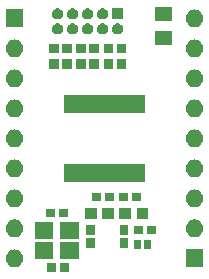
<source format=gts>
G04 #@! TF.GenerationSoftware,KiCad,Pcbnew,5.0.1-33cea8e~68~ubuntu18.04.1*
G04 #@! TF.CreationDate,2018-11-09T11:38:59+01:00*
G04 #@! TF.ProjectId,LPC82X_JDH20,4C50433832585F4A444832302E6B6963,rev?*
G04 #@! TF.SameCoordinates,Original*
G04 #@! TF.FileFunction,Soldermask,Top*
G04 #@! TF.FilePolarity,Negative*
%FSLAX46Y46*%
G04 Gerber Fmt 4.6, Leading zero omitted, Abs format (unit mm)*
G04 Created by KiCad (PCBNEW 5.0.1-33cea8e~68~ubuntu18.04.1) date vr 09 nov 2018 11:38:59 CET*
%MOMM*%
%LPD*%
G01*
G04 APERTURE LIST*
%ADD10C,0.100000*%
G04 APERTURE END LIST*
D10*
G36*
X131650000Y-112900000D02*
X130850000Y-112900000D01*
X130850000Y-112200000D01*
X131650000Y-112200000D01*
X131650000Y-112900000D01*
X131650000Y-112900000D01*
G37*
G36*
X130550000Y-112900000D02*
X129750000Y-112900000D01*
X129750000Y-112200000D01*
X130550000Y-112200000D01*
X130550000Y-112900000D01*
X130550000Y-112900000D01*
G37*
G36*
X127146318Y-111024411D02*
X127218767Y-111038822D01*
X127275303Y-111062240D01*
X127355257Y-111095358D01*
X127478100Y-111177439D01*
X127582561Y-111281900D01*
X127664642Y-111404743D01*
X127721178Y-111541234D01*
X127750000Y-111686130D01*
X127750000Y-111833870D01*
X127721178Y-111978766D01*
X127664642Y-112115257D01*
X127582561Y-112238100D01*
X127478100Y-112342561D01*
X127355257Y-112424642D01*
X127275303Y-112457760D01*
X127218767Y-112481178D01*
X127146318Y-112495589D01*
X127073870Y-112510000D01*
X126926130Y-112510000D01*
X126853682Y-112495589D01*
X126781233Y-112481178D01*
X126724697Y-112457760D01*
X126644743Y-112424642D01*
X126521900Y-112342561D01*
X126417439Y-112238100D01*
X126335358Y-112115257D01*
X126278822Y-111978766D01*
X126250000Y-111833870D01*
X126250000Y-111686130D01*
X126278822Y-111541234D01*
X126335358Y-111404743D01*
X126417439Y-111281900D01*
X126521900Y-111177439D01*
X126644743Y-111095358D01*
X126724697Y-111062240D01*
X126781233Y-111038822D01*
X126853682Y-111024411D01*
X126926130Y-111010000D01*
X127073870Y-111010000D01*
X127146318Y-111024411D01*
X127146318Y-111024411D01*
G37*
G36*
X142990000Y-112510000D02*
X141490000Y-112510000D01*
X141490000Y-111010000D01*
X142990000Y-111010000D01*
X142990000Y-112510000D01*
X142990000Y-112510000D01*
G37*
G36*
X130300000Y-111800000D02*
X128700000Y-111800000D01*
X128700000Y-110400000D01*
X130300000Y-110400000D01*
X130300000Y-111800000D01*
X130300000Y-111800000D01*
G37*
G36*
X132500000Y-111800000D02*
X130900000Y-111800000D01*
X130900000Y-110400000D01*
X132500000Y-110400000D01*
X132500000Y-111800000D01*
X132500000Y-111800000D01*
G37*
G36*
X137700000Y-111000000D02*
X137100000Y-111000000D01*
X137100000Y-110200000D01*
X137700000Y-110200000D01*
X137700000Y-111000000D01*
X137700000Y-111000000D01*
G37*
G36*
X138600000Y-111000000D02*
X138000000Y-111000000D01*
X138000000Y-110200000D01*
X138600000Y-110200000D01*
X138600000Y-111000000D01*
X138600000Y-111000000D01*
G37*
G36*
X133800000Y-110850000D02*
X133100000Y-110850000D01*
X133100000Y-110050000D01*
X133800000Y-110050000D01*
X133800000Y-110850000D01*
X133800000Y-110850000D01*
G37*
G36*
X136650000Y-110850000D02*
X135950000Y-110850000D01*
X135950000Y-110050000D01*
X136650000Y-110050000D01*
X136650000Y-110850000D01*
X136650000Y-110850000D01*
G37*
G36*
X130300000Y-110100000D02*
X128700000Y-110100000D01*
X128700000Y-108700000D01*
X130300000Y-108700000D01*
X130300000Y-110100000D01*
X130300000Y-110100000D01*
G37*
G36*
X132500000Y-110100000D02*
X130900000Y-110100000D01*
X130900000Y-108700000D01*
X132500000Y-108700000D01*
X132500000Y-110100000D01*
X132500000Y-110100000D01*
G37*
G36*
X142339006Y-108475000D02*
X142458767Y-108498822D01*
X142515303Y-108522240D01*
X142595257Y-108555358D01*
X142718100Y-108637439D01*
X142822561Y-108741900D01*
X142904642Y-108864743D01*
X142961178Y-109001234D01*
X142990000Y-109146130D01*
X142990000Y-109293870D01*
X142961178Y-109438766D01*
X142904642Y-109575257D01*
X142822561Y-109698100D01*
X142718100Y-109802561D01*
X142595257Y-109884642D01*
X142515303Y-109917760D01*
X142458767Y-109941178D01*
X142386318Y-109955589D01*
X142313870Y-109970000D01*
X142166130Y-109970000D01*
X142093682Y-109955589D01*
X142021233Y-109941178D01*
X141964697Y-109917760D01*
X141884743Y-109884642D01*
X141761900Y-109802561D01*
X141657439Y-109698100D01*
X141575358Y-109575257D01*
X141518822Y-109438766D01*
X141490000Y-109293870D01*
X141490000Y-109146130D01*
X141518822Y-109001234D01*
X141575358Y-108864743D01*
X141657439Y-108741900D01*
X141761900Y-108637439D01*
X141884743Y-108555358D01*
X141964697Y-108522240D01*
X142021233Y-108498822D01*
X142140994Y-108475000D01*
X142166130Y-108470000D01*
X142313870Y-108470000D01*
X142339006Y-108475000D01*
X142339006Y-108475000D01*
G37*
G36*
X127099006Y-108475000D02*
X127218767Y-108498822D01*
X127275303Y-108522240D01*
X127355257Y-108555358D01*
X127478100Y-108637439D01*
X127582561Y-108741900D01*
X127664642Y-108864743D01*
X127721178Y-109001234D01*
X127750000Y-109146130D01*
X127750000Y-109293870D01*
X127721178Y-109438766D01*
X127664642Y-109575257D01*
X127582561Y-109698100D01*
X127478100Y-109802561D01*
X127355257Y-109884642D01*
X127275303Y-109917760D01*
X127218767Y-109941178D01*
X127146318Y-109955589D01*
X127073870Y-109970000D01*
X126926130Y-109970000D01*
X126853682Y-109955589D01*
X126781233Y-109941178D01*
X126724697Y-109917760D01*
X126644743Y-109884642D01*
X126521900Y-109802561D01*
X126417439Y-109698100D01*
X126335358Y-109575257D01*
X126278822Y-109438766D01*
X126250000Y-109293870D01*
X126250000Y-109146130D01*
X126278822Y-109001234D01*
X126335358Y-108864743D01*
X126417439Y-108741900D01*
X126521900Y-108637439D01*
X126644743Y-108555358D01*
X126724697Y-108522240D01*
X126781233Y-108498822D01*
X126900994Y-108475000D01*
X126926130Y-108470000D01*
X127073870Y-108470000D01*
X127099006Y-108475000D01*
X127099006Y-108475000D01*
G37*
G36*
X133800000Y-109750000D02*
X133100000Y-109750000D01*
X133100000Y-108950000D01*
X133800000Y-108950000D01*
X133800000Y-109750000D01*
X133800000Y-109750000D01*
G37*
G36*
X136650000Y-109750000D02*
X135950000Y-109750000D01*
X135950000Y-108950000D01*
X136650000Y-108950000D01*
X136650000Y-109750000D01*
X136650000Y-109750000D01*
G37*
G36*
X137900000Y-109700000D02*
X137100000Y-109700000D01*
X137100000Y-109000000D01*
X137900000Y-109000000D01*
X137900000Y-109700000D01*
X137900000Y-109700000D01*
G37*
G36*
X139000000Y-109700000D02*
X138200000Y-109700000D01*
X138200000Y-109000000D01*
X139000000Y-109000000D01*
X139000000Y-109700000D01*
X139000000Y-109700000D01*
G37*
G36*
X138350000Y-108475000D02*
X137350000Y-108475000D01*
X137350000Y-107525000D01*
X138350000Y-107525000D01*
X138350000Y-108475000D01*
X138350000Y-108475000D01*
G37*
G36*
X133950000Y-108475000D02*
X132950000Y-108475000D01*
X132950000Y-107525000D01*
X133950000Y-107525000D01*
X133950000Y-108475000D01*
X133950000Y-108475000D01*
G37*
G36*
X135450000Y-108475000D02*
X134450000Y-108475000D01*
X134450000Y-107525000D01*
X135450000Y-107525000D01*
X135450000Y-108475000D01*
X135450000Y-108475000D01*
G37*
G36*
X136850000Y-108475000D02*
X135850000Y-108475000D01*
X135850000Y-107525000D01*
X136850000Y-107525000D01*
X136850000Y-108475000D01*
X136850000Y-108475000D01*
G37*
G36*
X131550000Y-108300000D02*
X130750000Y-108300000D01*
X130750000Y-107600000D01*
X131550000Y-107600000D01*
X131550000Y-108300000D01*
X131550000Y-108300000D01*
G37*
G36*
X130450000Y-108300000D02*
X129650000Y-108300000D01*
X129650000Y-107600000D01*
X130450000Y-107600000D01*
X130450000Y-108300000D01*
X130450000Y-108300000D01*
G37*
G36*
X127146318Y-105944411D02*
X127218767Y-105958822D01*
X127275303Y-105982240D01*
X127355257Y-106015358D01*
X127478100Y-106097439D01*
X127582561Y-106201900D01*
X127664642Y-106324743D01*
X127721178Y-106461234D01*
X127750000Y-106606130D01*
X127750000Y-106753870D01*
X127721178Y-106898766D01*
X127664642Y-107035257D01*
X127582561Y-107158100D01*
X127478100Y-107262561D01*
X127355257Y-107344642D01*
X127275303Y-107377760D01*
X127218767Y-107401178D01*
X127146318Y-107415589D01*
X127073870Y-107430000D01*
X126926130Y-107430000D01*
X126853682Y-107415589D01*
X126781233Y-107401178D01*
X126724697Y-107377760D01*
X126644743Y-107344642D01*
X126521900Y-107262561D01*
X126417439Y-107158100D01*
X126335358Y-107035257D01*
X126278822Y-106898766D01*
X126250000Y-106753870D01*
X126250000Y-106606130D01*
X126278822Y-106461234D01*
X126335358Y-106324743D01*
X126417439Y-106201900D01*
X126521900Y-106097439D01*
X126644743Y-106015358D01*
X126724697Y-105982240D01*
X126781233Y-105958822D01*
X126853682Y-105944411D01*
X126926130Y-105930000D01*
X127073870Y-105930000D01*
X127146318Y-105944411D01*
X127146318Y-105944411D01*
G37*
G36*
X142386318Y-105944411D02*
X142458767Y-105958822D01*
X142515303Y-105982240D01*
X142595257Y-106015358D01*
X142718100Y-106097439D01*
X142822561Y-106201900D01*
X142904642Y-106324743D01*
X142961178Y-106461234D01*
X142990000Y-106606130D01*
X142990000Y-106753870D01*
X142961178Y-106898766D01*
X142904642Y-107035257D01*
X142822561Y-107158100D01*
X142718100Y-107262561D01*
X142595257Y-107344642D01*
X142515303Y-107377760D01*
X142458767Y-107401178D01*
X142386318Y-107415589D01*
X142313870Y-107430000D01*
X142166130Y-107430000D01*
X142093682Y-107415589D01*
X142021233Y-107401178D01*
X141964697Y-107377760D01*
X141884743Y-107344642D01*
X141761900Y-107262561D01*
X141657439Y-107158100D01*
X141575358Y-107035257D01*
X141518822Y-106898766D01*
X141490000Y-106753870D01*
X141490000Y-106606130D01*
X141518822Y-106461234D01*
X141575358Y-106324743D01*
X141657439Y-106201900D01*
X141761900Y-106097439D01*
X141884743Y-106015358D01*
X141964697Y-105982240D01*
X142021233Y-105958822D01*
X142093682Y-105944411D01*
X142166130Y-105930000D01*
X142313870Y-105930000D01*
X142386318Y-105944411D01*
X142386318Y-105944411D01*
G37*
G36*
X134350000Y-106950000D02*
X133550000Y-106950000D01*
X133550000Y-106250000D01*
X134350000Y-106250000D01*
X134350000Y-106950000D01*
X134350000Y-106950000D01*
G37*
G36*
X136650000Y-106950000D02*
X135850000Y-106950000D01*
X135850000Y-106250000D01*
X136650000Y-106250000D01*
X136650000Y-106950000D01*
X136650000Y-106950000D01*
G37*
G36*
X137750000Y-106950000D02*
X136950000Y-106950000D01*
X136950000Y-106250000D01*
X137750000Y-106250000D01*
X137750000Y-106950000D01*
X137750000Y-106950000D01*
G37*
G36*
X135450000Y-106950000D02*
X134650000Y-106950000D01*
X134650000Y-106250000D01*
X135450000Y-106250000D01*
X135450000Y-106950000D01*
X135450000Y-106950000D01*
G37*
G36*
X138045000Y-105300000D02*
X131195000Y-105300000D01*
X131195000Y-103750000D01*
X138045000Y-103750000D01*
X138045000Y-105300000D01*
X138045000Y-105300000D01*
G37*
G36*
X142386318Y-103404411D02*
X142458767Y-103418822D01*
X142515303Y-103442240D01*
X142595257Y-103475358D01*
X142718100Y-103557439D01*
X142822561Y-103661900D01*
X142904642Y-103784743D01*
X142961178Y-103921234D01*
X142990000Y-104066130D01*
X142990000Y-104213870D01*
X142961178Y-104358766D01*
X142904642Y-104495257D01*
X142822561Y-104618100D01*
X142718100Y-104722561D01*
X142595257Y-104804642D01*
X142515303Y-104837760D01*
X142458767Y-104861178D01*
X142386318Y-104875589D01*
X142313870Y-104890000D01*
X142166130Y-104890000D01*
X142093682Y-104875589D01*
X142021233Y-104861178D01*
X141964697Y-104837760D01*
X141884743Y-104804642D01*
X141761900Y-104722561D01*
X141657439Y-104618100D01*
X141575358Y-104495257D01*
X141518822Y-104358766D01*
X141490000Y-104213870D01*
X141490000Y-104066130D01*
X141518822Y-103921234D01*
X141575358Y-103784743D01*
X141657439Y-103661900D01*
X141761900Y-103557439D01*
X141884743Y-103475358D01*
X141964697Y-103442240D01*
X142021233Y-103418822D01*
X142093682Y-103404411D01*
X142166130Y-103390000D01*
X142313870Y-103390000D01*
X142386318Y-103404411D01*
X142386318Y-103404411D01*
G37*
G36*
X127146318Y-103404411D02*
X127218767Y-103418822D01*
X127275303Y-103442240D01*
X127355257Y-103475358D01*
X127478100Y-103557439D01*
X127582561Y-103661900D01*
X127664642Y-103784743D01*
X127721178Y-103921234D01*
X127750000Y-104066130D01*
X127750000Y-104213870D01*
X127721178Y-104358766D01*
X127664642Y-104495257D01*
X127582561Y-104618100D01*
X127478100Y-104722561D01*
X127355257Y-104804642D01*
X127275303Y-104837760D01*
X127218767Y-104861178D01*
X127146318Y-104875589D01*
X127073870Y-104890000D01*
X126926130Y-104890000D01*
X126853682Y-104875589D01*
X126781233Y-104861178D01*
X126724697Y-104837760D01*
X126644743Y-104804642D01*
X126521900Y-104722561D01*
X126417439Y-104618100D01*
X126335358Y-104495257D01*
X126278822Y-104358766D01*
X126250000Y-104213870D01*
X126250000Y-104066130D01*
X126278822Y-103921234D01*
X126335358Y-103784743D01*
X126417439Y-103661900D01*
X126521900Y-103557439D01*
X126644743Y-103475358D01*
X126724697Y-103442240D01*
X126781233Y-103418822D01*
X126853682Y-103404411D01*
X126926130Y-103390000D01*
X127073870Y-103390000D01*
X127146318Y-103404411D01*
X127146318Y-103404411D01*
G37*
G36*
X142386318Y-100864411D02*
X142458767Y-100878822D01*
X142515303Y-100902240D01*
X142595257Y-100935358D01*
X142718100Y-101017439D01*
X142822561Y-101121900D01*
X142904642Y-101244743D01*
X142961178Y-101381234D01*
X142990000Y-101526130D01*
X142990000Y-101673870D01*
X142961178Y-101818766D01*
X142904642Y-101955257D01*
X142822561Y-102078100D01*
X142718100Y-102182561D01*
X142595257Y-102264642D01*
X142515303Y-102297760D01*
X142458767Y-102321178D01*
X142386318Y-102335589D01*
X142313870Y-102350000D01*
X142166130Y-102350000D01*
X142093682Y-102335589D01*
X142021233Y-102321178D01*
X141964697Y-102297760D01*
X141884743Y-102264642D01*
X141761900Y-102182561D01*
X141657439Y-102078100D01*
X141575358Y-101955257D01*
X141518822Y-101818766D01*
X141490000Y-101673870D01*
X141490000Y-101526130D01*
X141518822Y-101381234D01*
X141575358Y-101244743D01*
X141657439Y-101121900D01*
X141761900Y-101017439D01*
X141884743Y-100935358D01*
X141964697Y-100902240D01*
X142021233Y-100878822D01*
X142093682Y-100864411D01*
X142166130Y-100850000D01*
X142313870Y-100850000D01*
X142386318Y-100864411D01*
X142386318Y-100864411D01*
G37*
G36*
X127146318Y-100864411D02*
X127218767Y-100878822D01*
X127275303Y-100902240D01*
X127355257Y-100935358D01*
X127478100Y-101017439D01*
X127582561Y-101121900D01*
X127664642Y-101244743D01*
X127721178Y-101381234D01*
X127750000Y-101526130D01*
X127750000Y-101673870D01*
X127721178Y-101818766D01*
X127664642Y-101955257D01*
X127582561Y-102078100D01*
X127478100Y-102182561D01*
X127355257Y-102264642D01*
X127275303Y-102297760D01*
X127218767Y-102321178D01*
X127146318Y-102335589D01*
X127073870Y-102350000D01*
X126926130Y-102350000D01*
X126853682Y-102335589D01*
X126781233Y-102321178D01*
X126724697Y-102297760D01*
X126644743Y-102264642D01*
X126521900Y-102182561D01*
X126417439Y-102078100D01*
X126335358Y-101955257D01*
X126278822Y-101818766D01*
X126250000Y-101673870D01*
X126250000Y-101526130D01*
X126278822Y-101381234D01*
X126335358Y-101244743D01*
X126417439Y-101121900D01*
X126521900Y-101017439D01*
X126644743Y-100935358D01*
X126724697Y-100902240D01*
X126781233Y-100878822D01*
X126853682Y-100864411D01*
X126926130Y-100850000D01*
X127073870Y-100850000D01*
X127146318Y-100864411D01*
X127146318Y-100864411D01*
G37*
G36*
X142386318Y-98324411D02*
X142458767Y-98338822D01*
X142515303Y-98362240D01*
X142595257Y-98395358D01*
X142718100Y-98477439D01*
X142822561Y-98581900D01*
X142904642Y-98704743D01*
X142961178Y-98841234D01*
X142990000Y-98986130D01*
X142990000Y-99133870D01*
X142961178Y-99278766D01*
X142904642Y-99415257D01*
X142822561Y-99538100D01*
X142718100Y-99642561D01*
X142595257Y-99724642D01*
X142515303Y-99757760D01*
X142458767Y-99781178D01*
X142386318Y-99795589D01*
X142313870Y-99810000D01*
X142166130Y-99810000D01*
X142093682Y-99795589D01*
X142021233Y-99781178D01*
X141964697Y-99757760D01*
X141884743Y-99724642D01*
X141761900Y-99642561D01*
X141657439Y-99538100D01*
X141575358Y-99415257D01*
X141518822Y-99278766D01*
X141490000Y-99133870D01*
X141490000Y-98986130D01*
X141518822Y-98841234D01*
X141575358Y-98704743D01*
X141657439Y-98581900D01*
X141761900Y-98477439D01*
X141884743Y-98395358D01*
X141964697Y-98362240D01*
X142021233Y-98338822D01*
X142093682Y-98324411D01*
X142166130Y-98310000D01*
X142313870Y-98310000D01*
X142386318Y-98324411D01*
X142386318Y-98324411D01*
G37*
G36*
X127146318Y-98324411D02*
X127218767Y-98338822D01*
X127275303Y-98362240D01*
X127355257Y-98395358D01*
X127478100Y-98477439D01*
X127582561Y-98581900D01*
X127664642Y-98704743D01*
X127721178Y-98841234D01*
X127750000Y-98986130D01*
X127750000Y-99133870D01*
X127721178Y-99278766D01*
X127664642Y-99415257D01*
X127582561Y-99538100D01*
X127478100Y-99642561D01*
X127355257Y-99724642D01*
X127275303Y-99757760D01*
X127218767Y-99781178D01*
X127146318Y-99795589D01*
X127073870Y-99810000D01*
X126926130Y-99810000D01*
X126853682Y-99795589D01*
X126781233Y-99781178D01*
X126724697Y-99757760D01*
X126644743Y-99724642D01*
X126521900Y-99642561D01*
X126417439Y-99538100D01*
X126335358Y-99415257D01*
X126278822Y-99278766D01*
X126250000Y-99133870D01*
X126250000Y-98986130D01*
X126278822Y-98841234D01*
X126335358Y-98704743D01*
X126417439Y-98581900D01*
X126521900Y-98477439D01*
X126644743Y-98395358D01*
X126724697Y-98362240D01*
X126781233Y-98338822D01*
X126853682Y-98324411D01*
X126926130Y-98310000D01*
X127073870Y-98310000D01*
X127146318Y-98324411D01*
X127146318Y-98324411D01*
G37*
G36*
X138045000Y-99450000D02*
X131195000Y-99450000D01*
X131195000Y-97900000D01*
X138045000Y-97900000D01*
X138045000Y-99450000D01*
X138045000Y-99450000D01*
G37*
G36*
X127146318Y-95784411D02*
X127218767Y-95798822D01*
X127275303Y-95822240D01*
X127355257Y-95855358D01*
X127478100Y-95937439D01*
X127582561Y-96041900D01*
X127664642Y-96164743D01*
X127721178Y-96301234D01*
X127750000Y-96446130D01*
X127750000Y-96593870D01*
X127721178Y-96738766D01*
X127664642Y-96875257D01*
X127582561Y-96998100D01*
X127478100Y-97102561D01*
X127355257Y-97184642D01*
X127275303Y-97217760D01*
X127218767Y-97241178D01*
X127146318Y-97255589D01*
X127073870Y-97270000D01*
X126926130Y-97270000D01*
X126853682Y-97255589D01*
X126781233Y-97241178D01*
X126724697Y-97217760D01*
X126644743Y-97184642D01*
X126521900Y-97102561D01*
X126417439Y-96998100D01*
X126335358Y-96875257D01*
X126278822Y-96738766D01*
X126250000Y-96593870D01*
X126250000Y-96446130D01*
X126278822Y-96301234D01*
X126335358Y-96164743D01*
X126417439Y-96041900D01*
X126521900Y-95937439D01*
X126644743Y-95855358D01*
X126724697Y-95822240D01*
X126781233Y-95798822D01*
X126853682Y-95784411D01*
X126926130Y-95770000D01*
X127073870Y-95770000D01*
X127146318Y-95784411D01*
X127146318Y-95784411D01*
G37*
G36*
X142386318Y-95784411D02*
X142458767Y-95798822D01*
X142515303Y-95822240D01*
X142595257Y-95855358D01*
X142718100Y-95937439D01*
X142822561Y-96041900D01*
X142904642Y-96164743D01*
X142961178Y-96301234D01*
X142990000Y-96446130D01*
X142990000Y-96593870D01*
X142961178Y-96738766D01*
X142904642Y-96875257D01*
X142822561Y-96998100D01*
X142718100Y-97102561D01*
X142595257Y-97184642D01*
X142515303Y-97217760D01*
X142458767Y-97241178D01*
X142386318Y-97255589D01*
X142313870Y-97270000D01*
X142166130Y-97270000D01*
X142093682Y-97255589D01*
X142021233Y-97241178D01*
X141964697Y-97217760D01*
X141884743Y-97184642D01*
X141761900Y-97102561D01*
X141657439Y-96998100D01*
X141575358Y-96875257D01*
X141518822Y-96738766D01*
X141490000Y-96593870D01*
X141490000Y-96446130D01*
X141518822Y-96301234D01*
X141575358Y-96164743D01*
X141657439Y-96041900D01*
X141761900Y-95937439D01*
X141884743Y-95855358D01*
X141964697Y-95822240D01*
X142021233Y-95798822D01*
X142093682Y-95784411D01*
X142166130Y-95770000D01*
X142313870Y-95770000D01*
X142386318Y-95784411D01*
X142386318Y-95784411D01*
G37*
G36*
X136450000Y-95700000D02*
X135650000Y-95700000D01*
X135650000Y-94900000D01*
X136450000Y-94900000D01*
X136450000Y-95700000D01*
X136450000Y-95700000D01*
G37*
G36*
X130750000Y-95700000D02*
X129950000Y-95700000D01*
X129950000Y-94900000D01*
X130750000Y-94900000D01*
X130750000Y-95700000D01*
X130750000Y-95700000D01*
G37*
G36*
X134150000Y-95700000D02*
X133350000Y-95700000D01*
X133350000Y-94900000D01*
X134150000Y-94900000D01*
X134150000Y-95700000D01*
X134150000Y-95700000D01*
G37*
G36*
X133050000Y-95700000D02*
X132250000Y-95700000D01*
X132250000Y-94900000D01*
X133050000Y-94900000D01*
X133050000Y-95700000D01*
X133050000Y-95700000D01*
G37*
G36*
X135350000Y-95700000D02*
X134550000Y-95700000D01*
X134550000Y-94900000D01*
X135350000Y-94900000D01*
X135350000Y-95700000D01*
X135350000Y-95700000D01*
G37*
G36*
X131850000Y-95700000D02*
X131050000Y-95700000D01*
X131050000Y-94900000D01*
X131850000Y-94900000D01*
X131850000Y-95700000D01*
X131850000Y-95700000D01*
G37*
G36*
X142386318Y-93244411D02*
X142458767Y-93258822D01*
X142515303Y-93282240D01*
X142595257Y-93315358D01*
X142718100Y-93397439D01*
X142822561Y-93501900D01*
X142904642Y-93624743D01*
X142961178Y-93761234D01*
X142990000Y-93906130D01*
X142990000Y-94053870D01*
X142961178Y-94198766D01*
X142904642Y-94335257D01*
X142822561Y-94458100D01*
X142718100Y-94562561D01*
X142595257Y-94644642D01*
X142515303Y-94677760D01*
X142458767Y-94701178D01*
X142386318Y-94715589D01*
X142313870Y-94730000D01*
X142166130Y-94730000D01*
X142093682Y-94715589D01*
X142021233Y-94701178D01*
X141964697Y-94677760D01*
X141884743Y-94644642D01*
X141761900Y-94562561D01*
X141657439Y-94458100D01*
X141575358Y-94335257D01*
X141518822Y-94198766D01*
X141490000Y-94053870D01*
X141490000Y-93906130D01*
X141518822Y-93761234D01*
X141575358Y-93624743D01*
X141657439Y-93501900D01*
X141761900Y-93397439D01*
X141884743Y-93315358D01*
X141964697Y-93282240D01*
X142021233Y-93258822D01*
X142093682Y-93244411D01*
X142166130Y-93230000D01*
X142313870Y-93230000D01*
X142386318Y-93244411D01*
X142386318Y-93244411D01*
G37*
G36*
X127146318Y-93244411D02*
X127218767Y-93258822D01*
X127275303Y-93282240D01*
X127355257Y-93315358D01*
X127478100Y-93397439D01*
X127582561Y-93501900D01*
X127664642Y-93624743D01*
X127721178Y-93761234D01*
X127750000Y-93906130D01*
X127750000Y-94053870D01*
X127721178Y-94198766D01*
X127664642Y-94335257D01*
X127582561Y-94458100D01*
X127478100Y-94562561D01*
X127355257Y-94644642D01*
X127275303Y-94677760D01*
X127218767Y-94701178D01*
X127146318Y-94715589D01*
X127073870Y-94730000D01*
X126926130Y-94730000D01*
X126853682Y-94715589D01*
X126781233Y-94701178D01*
X126724697Y-94677760D01*
X126644743Y-94644642D01*
X126521900Y-94562561D01*
X126417439Y-94458100D01*
X126335358Y-94335257D01*
X126278822Y-94198766D01*
X126250000Y-94053870D01*
X126250000Y-93906130D01*
X126278822Y-93761234D01*
X126335358Y-93624743D01*
X126417439Y-93501900D01*
X126521900Y-93397439D01*
X126644743Y-93315358D01*
X126724697Y-93282240D01*
X126781233Y-93258822D01*
X126853682Y-93244411D01*
X126926130Y-93230000D01*
X127073870Y-93230000D01*
X127146318Y-93244411D01*
X127146318Y-93244411D01*
G37*
G36*
X135350000Y-94400000D02*
X134550000Y-94400000D01*
X134550000Y-93600000D01*
X135350000Y-93600000D01*
X135350000Y-94400000D01*
X135350000Y-94400000D01*
G37*
G36*
X134150000Y-94400000D02*
X133350000Y-94400000D01*
X133350000Y-93600000D01*
X134150000Y-93600000D01*
X134150000Y-94400000D01*
X134150000Y-94400000D01*
G37*
G36*
X133050000Y-94400000D02*
X132250000Y-94400000D01*
X132250000Y-93600000D01*
X133050000Y-93600000D01*
X133050000Y-94400000D01*
X133050000Y-94400000D01*
G37*
G36*
X131850000Y-94400000D02*
X131050000Y-94400000D01*
X131050000Y-93600000D01*
X131850000Y-93600000D01*
X131850000Y-94400000D01*
X131850000Y-94400000D01*
G37*
G36*
X136450000Y-94400000D02*
X135650000Y-94400000D01*
X135650000Y-93600000D01*
X136450000Y-93600000D01*
X136450000Y-94400000D01*
X136450000Y-94400000D01*
G37*
G36*
X130750000Y-94400000D02*
X129950000Y-94400000D01*
X129950000Y-93600000D01*
X130750000Y-93600000D01*
X130750000Y-94400000D01*
X130750000Y-94400000D01*
G37*
G36*
X140325000Y-93700000D02*
X138875000Y-93700000D01*
X138875000Y-92500000D01*
X140325000Y-92500000D01*
X140325000Y-93700000D01*
X140325000Y-93700000D01*
G37*
G36*
X130798553Y-91878254D02*
X130884998Y-91914061D01*
X130962796Y-91966044D01*
X131028956Y-92032204D01*
X131080939Y-92110002D01*
X131116746Y-92196447D01*
X131135000Y-92288216D01*
X131135000Y-92381784D01*
X131116746Y-92473553D01*
X131080939Y-92559998D01*
X131028956Y-92637796D01*
X130962796Y-92703956D01*
X130884998Y-92755939D01*
X130798553Y-92791746D01*
X130706784Y-92810000D01*
X130613216Y-92810000D01*
X130521447Y-92791746D01*
X130435002Y-92755939D01*
X130357204Y-92703956D01*
X130291044Y-92637796D01*
X130239061Y-92559998D01*
X130203254Y-92473553D01*
X130185000Y-92381784D01*
X130185000Y-92288216D01*
X130203254Y-92196447D01*
X130239061Y-92110002D01*
X130291044Y-92032204D01*
X130357204Y-91966044D01*
X130435002Y-91914061D01*
X130521447Y-91878254D01*
X130613216Y-91860000D01*
X130706784Y-91860000D01*
X130798553Y-91878254D01*
X130798553Y-91878254D01*
G37*
G36*
X132068553Y-91878254D02*
X132154998Y-91914061D01*
X132232796Y-91966044D01*
X132298956Y-92032204D01*
X132350939Y-92110002D01*
X132386746Y-92196447D01*
X132405000Y-92288216D01*
X132405000Y-92381784D01*
X132386746Y-92473553D01*
X132350939Y-92559998D01*
X132298956Y-92637796D01*
X132232796Y-92703956D01*
X132154998Y-92755939D01*
X132068553Y-92791746D01*
X131976784Y-92810000D01*
X131883216Y-92810000D01*
X131791447Y-92791746D01*
X131705002Y-92755939D01*
X131627204Y-92703956D01*
X131561044Y-92637796D01*
X131509061Y-92559998D01*
X131473254Y-92473553D01*
X131455000Y-92381784D01*
X131455000Y-92288216D01*
X131473254Y-92196447D01*
X131509061Y-92110002D01*
X131561044Y-92032204D01*
X131627204Y-91966044D01*
X131705002Y-91914061D01*
X131791447Y-91878254D01*
X131883216Y-91860000D01*
X131976784Y-91860000D01*
X132068553Y-91878254D01*
X132068553Y-91878254D01*
G37*
G36*
X134608553Y-91878254D02*
X134694998Y-91914061D01*
X134772796Y-91966044D01*
X134838956Y-92032204D01*
X134890939Y-92110002D01*
X134926746Y-92196447D01*
X134945000Y-92288216D01*
X134945000Y-92381784D01*
X134926746Y-92473553D01*
X134890939Y-92559998D01*
X134838956Y-92637796D01*
X134772796Y-92703956D01*
X134694998Y-92755939D01*
X134608553Y-92791746D01*
X134516784Y-92810000D01*
X134423216Y-92810000D01*
X134331447Y-92791746D01*
X134245002Y-92755939D01*
X134167204Y-92703956D01*
X134101044Y-92637796D01*
X134049061Y-92559998D01*
X134013254Y-92473553D01*
X133995000Y-92381784D01*
X133995000Y-92288216D01*
X134013254Y-92196447D01*
X134049061Y-92110002D01*
X134101044Y-92032204D01*
X134167204Y-91966044D01*
X134245002Y-91914061D01*
X134331447Y-91878254D01*
X134423216Y-91860000D01*
X134516784Y-91860000D01*
X134608553Y-91878254D01*
X134608553Y-91878254D01*
G37*
G36*
X135878553Y-91878254D02*
X135964998Y-91914061D01*
X136042796Y-91966044D01*
X136108956Y-92032204D01*
X136160939Y-92110002D01*
X136196746Y-92196447D01*
X136215000Y-92288216D01*
X136215000Y-92381784D01*
X136196746Y-92473553D01*
X136160939Y-92559998D01*
X136108956Y-92637796D01*
X136042796Y-92703956D01*
X135964998Y-92755939D01*
X135878553Y-92791746D01*
X135786784Y-92810000D01*
X135693216Y-92810000D01*
X135601447Y-92791746D01*
X135515002Y-92755939D01*
X135437204Y-92703956D01*
X135371044Y-92637796D01*
X135319061Y-92559998D01*
X135283254Y-92473553D01*
X135265000Y-92381784D01*
X135265000Y-92288216D01*
X135283254Y-92196447D01*
X135319061Y-92110002D01*
X135371044Y-92032204D01*
X135437204Y-91966044D01*
X135515002Y-91914061D01*
X135601447Y-91878254D01*
X135693216Y-91860000D01*
X135786784Y-91860000D01*
X135878553Y-91878254D01*
X135878553Y-91878254D01*
G37*
G36*
X133338553Y-91878254D02*
X133424998Y-91914061D01*
X133502796Y-91966044D01*
X133568956Y-92032204D01*
X133620939Y-92110002D01*
X133656746Y-92196447D01*
X133675000Y-92288216D01*
X133675000Y-92381784D01*
X133656746Y-92473553D01*
X133620939Y-92559998D01*
X133568956Y-92637796D01*
X133502796Y-92703956D01*
X133424998Y-92755939D01*
X133338553Y-92791746D01*
X133246784Y-92810000D01*
X133153216Y-92810000D01*
X133061447Y-92791746D01*
X132975002Y-92755939D01*
X132897204Y-92703956D01*
X132831044Y-92637796D01*
X132779061Y-92559998D01*
X132743254Y-92473553D01*
X132725000Y-92381784D01*
X132725000Y-92288216D01*
X132743254Y-92196447D01*
X132779061Y-92110002D01*
X132831044Y-92032204D01*
X132897204Y-91966044D01*
X132975002Y-91914061D01*
X133061447Y-91878254D01*
X133153216Y-91860000D01*
X133246784Y-91860000D01*
X133338553Y-91878254D01*
X133338553Y-91878254D01*
G37*
G36*
X127750000Y-92190000D02*
X126250000Y-92190000D01*
X126250000Y-90690000D01*
X127750000Y-90690000D01*
X127750000Y-92190000D01*
X127750000Y-92190000D01*
G37*
G36*
X142386318Y-90704411D02*
X142458767Y-90718822D01*
X142515303Y-90742240D01*
X142595257Y-90775358D01*
X142718100Y-90857439D01*
X142822561Y-90961900D01*
X142904642Y-91084743D01*
X142937760Y-91164697D01*
X142961178Y-91221233D01*
X142990000Y-91366131D01*
X142990000Y-91513869D01*
X142961178Y-91658767D01*
X142937760Y-91715303D01*
X142904642Y-91795257D01*
X142822561Y-91918100D01*
X142718100Y-92022561D01*
X142595257Y-92104642D01*
X142515303Y-92137760D01*
X142458767Y-92161178D01*
X142386318Y-92175589D01*
X142313870Y-92190000D01*
X142166130Y-92190000D01*
X142093682Y-92175589D01*
X142021233Y-92161178D01*
X141964697Y-92137760D01*
X141884743Y-92104642D01*
X141761900Y-92022561D01*
X141657439Y-91918100D01*
X141575358Y-91795257D01*
X141542240Y-91715303D01*
X141518822Y-91658767D01*
X141490000Y-91513869D01*
X141490000Y-91366131D01*
X141518822Y-91221233D01*
X141542240Y-91164697D01*
X141575358Y-91084743D01*
X141657439Y-90961900D01*
X141761900Y-90857439D01*
X141884743Y-90775358D01*
X141964697Y-90742240D01*
X142021233Y-90718822D01*
X142093682Y-90704411D01*
X142166130Y-90690000D01*
X142313870Y-90690000D01*
X142386318Y-90704411D01*
X142386318Y-90704411D01*
G37*
G36*
X140325000Y-91700000D02*
X138875000Y-91700000D01*
X138875000Y-90500000D01*
X140325000Y-90500000D01*
X140325000Y-91700000D01*
X140325000Y-91700000D01*
G37*
G36*
X132068553Y-90608254D02*
X132154998Y-90644061D01*
X132232796Y-90696044D01*
X132298956Y-90762204D01*
X132350939Y-90840002D01*
X132386746Y-90926447D01*
X132405000Y-91018216D01*
X132405000Y-91111784D01*
X132386746Y-91203553D01*
X132350939Y-91289998D01*
X132298956Y-91367796D01*
X132232796Y-91433956D01*
X132154998Y-91485939D01*
X132068553Y-91521746D01*
X131976784Y-91540000D01*
X131883216Y-91540000D01*
X131791447Y-91521746D01*
X131705002Y-91485939D01*
X131627204Y-91433956D01*
X131561044Y-91367796D01*
X131509061Y-91289998D01*
X131473254Y-91203553D01*
X131455000Y-91111784D01*
X131455000Y-91018216D01*
X131473254Y-90926447D01*
X131509061Y-90840002D01*
X131561044Y-90762204D01*
X131627204Y-90696044D01*
X131705002Y-90644061D01*
X131791447Y-90608254D01*
X131883216Y-90590000D01*
X131976784Y-90590000D01*
X132068553Y-90608254D01*
X132068553Y-90608254D01*
G37*
G36*
X136215000Y-91540000D02*
X135265000Y-91540000D01*
X135265000Y-90590000D01*
X136215000Y-90590000D01*
X136215000Y-91540000D01*
X136215000Y-91540000D01*
G37*
G36*
X130798553Y-90608254D02*
X130884998Y-90644061D01*
X130962796Y-90696044D01*
X131028956Y-90762204D01*
X131080939Y-90840002D01*
X131116746Y-90926447D01*
X131135000Y-91018216D01*
X131135000Y-91111784D01*
X131116746Y-91203553D01*
X131080939Y-91289998D01*
X131028956Y-91367796D01*
X130962796Y-91433956D01*
X130884998Y-91485939D01*
X130798553Y-91521746D01*
X130706784Y-91540000D01*
X130613216Y-91540000D01*
X130521447Y-91521746D01*
X130435002Y-91485939D01*
X130357204Y-91433956D01*
X130291044Y-91367796D01*
X130239061Y-91289998D01*
X130203254Y-91203553D01*
X130185000Y-91111784D01*
X130185000Y-91018216D01*
X130203254Y-90926447D01*
X130239061Y-90840002D01*
X130291044Y-90762204D01*
X130357204Y-90696044D01*
X130435002Y-90644061D01*
X130521447Y-90608254D01*
X130613216Y-90590000D01*
X130706784Y-90590000D01*
X130798553Y-90608254D01*
X130798553Y-90608254D01*
G37*
G36*
X133338553Y-90608254D02*
X133424998Y-90644061D01*
X133502796Y-90696044D01*
X133568956Y-90762204D01*
X133620939Y-90840002D01*
X133656746Y-90926447D01*
X133675000Y-91018216D01*
X133675000Y-91111784D01*
X133656746Y-91203553D01*
X133620939Y-91289998D01*
X133568956Y-91367796D01*
X133502796Y-91433956D01*
X133424998Y-91485939D01*
X133338553Y-91521746D01*
X133246784Y-91540000D01*
X133153216Y-91540000D01*
X133061447Y-91521746D01*
X132975002Y-91485939D01*
X132897204Y-91433956D01*
X132831044Y-91367796D01*
X132779061Y-91289998D01*
X132743254Y-91203553D01*
X132725000Y-91111784D01*
X132725000Y-91018216D01*
X132743254Y-90926447D01*
X132779061Y-90840002D01*
X132831044Y-90762204D01*
X132897204Y-90696044D01*
X132975002Y-90644061D01*
X133061447Y-90608254D01*
X133153216Y-90590000D01*
X133246784Y-90590000D01*
X133338553Y-90608254D01*
X133338553Y-90608254D01*
G37*
G36*
X134608553Y-90608254D02*
X134694998Y-90644061D01*
X134772796Y-90696044D01*
X134838956Y-90762204D01*
X134890939Y-90840002D01*
X134926746Y-90926447D01*
X134945000Y-91018216D01*
X134945000Y-91111784D01*
X134926746Y-91203553D01*
X134890939Y-91289998D01*
X134838956Y-91367796D01*
X134772796Y-91433956D01*
X134694998Y-91485939D01*
X134608553Y-91521746D01*
X134516784Y-91540000D01*
X134423216Y-91540000D01*
X134331447Y-91521746D01*
X134245002Y-91485939D01*
X134167204Y-91433956D01*
X134101044Y-91367796D01*
X134049061Y-91289998D01*
X134013254Y-91203553D01*
X133995000Y-91111784D01*
X133995000Y-91018216D01*
X134013254Y-90926447D01*
X134049061Y-90840002D01*
X134101044Y-90762204D01*
X134167204Y-90696044D01*
X134245002Y-90644061D01*
X134331447Y-90608254D01*
X134423216Y-90590000D01*
X134516784Y-90590000D01*
X134608553Y-90608254D01*
X134608553Y-90608254D01*
G37*
M02*

</source>
